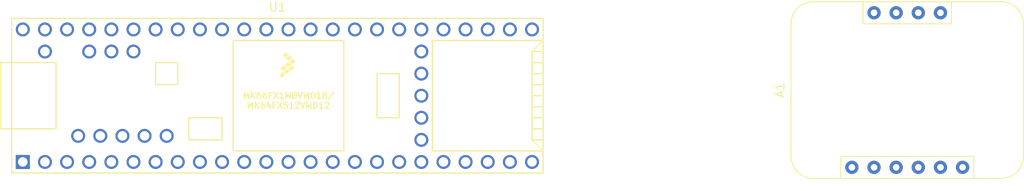
<source format=kicad_pcb>
(kicad_pcb (version 20211014) (generator pcbnew)
  (layers (0 "F.Cu" signal) (31 "B.Cu" signal) (34 "B.Paste" user) (35 "F.Paste" user) (36 "B.SilkS" user "B.Silkscreen") (37 "F.SilkS" user "F.Silkscreen") (38 "B.Mask" user) (39 "F.Mask" user) (44 "Edge.Cuts" user))
  (net 0 "")
  (net 1 "Net-(A1-Pad1)")
  (net 4 "Net-(A1-Pad4)")
  (net 5 "Net-(A1-Pad5)")
  (footprint "SCR:BNO055" (layer "F.Cu") (at 203.2 106.68 90)
    (fp_text reference "A1" (at 0 -14.605 90) (layer "F.SilkS"))
    (fp_text value "BNO055")
    (fp_line (start 7.62 -5.08) (end 7.62 5.08) (layer "F.SilkS") (width 0.12))
    (fp_line (start -10.16 7.62) (end -7.62 7.62) (layer "F.SilkS") (width 0.12))
    (fp_line (start 10.16 -10.795) (end 10.16 10.795) (layer "F.SilkS") (width 0.12))
    (fp_line (start 7.62 5.08) (end 10.16 5.08) (layer "F.SilkS") (width 0.12))
    (fp_line (start -7.62 7.62) (end -7.62 -7.62) (layer "F.SilkS") (width 0.12))
    (fp_line (start -7.62 13.335) (end 7.62 13.335) (layer "F.SilkS") (width 0.12))
    (fp_line (start -10.16 10.795) (end -10.16 -10.795) (layer "F.SilkS") (width 0.12))
    (fp_line (start -7.62 -7.62) (end -10.16 -7.62) (layer "F.SilkS") (width 0.12))
    (fp_line (start 10.16 -5.08) (end 7.62 -5.08) (layer "F.SilkS") (width 0.12))
    (fp_line (start -7.62 -13.335) (end 7.62 -13.335) (layer "F.SilkS") (width 0.12))
    (fp_arc (start -10.16 -10.795) (mid -9.416051 -12.591051) (end -7.62 -13.335) (layer "F.SilkS") (width 0.12))
    (fp_arc (start 10.16 10.795) (mid 9.416051 12.591051) (end 7.62 13.335) (layer "F.SilkS") (width 0.12))
    (fp_arc (start 7.62 -13.335) (mid 9.416051 -12.591051) (end 10.16 -10.795) (layer "F.SilkS") (width 0.12))
    (fp_arc (start -7.62 13.335) (mid -9.416051 12.591051) (end -10.16 10.795) (layer "F.SilkS") (width 0.12))
    (pad "1" thru_hole circle locked (at -8.89 -6.35 90) (size 1.524 1.524) (drill 0.762) (layers *.Cu *.Mask) (net 1 "Net-(A1-Pad1)"))
    (pad "2" thru_hole circle locked (at -8.89 -3.81 90) (size 1.524 1.524) (drill 0.762) (layers *.Cu *.Mask))
    (pad "3" thru_hole circle locked (at -8.89 -1.27 90) (size 1.524 1.524) (drill 0.762) (layers *.Cu *.Mask))
    (pad "4" thru_hole circle locked (at -8.89 1.27 90) (size 1.524 1.524) (drill 0.762) (layers *.Cu *.Mask) (net 4 "Net-(A1-Pad4)"))
    (pad "5" thru_hole circle locked (at -8.89 3.81 90) (size 1.524 1.524) (drill 0.762) (layers *.Cu *.Mask) (net 5 "Net-(A1-Pad5)"))
    (pad "6" thru_hole circle locked (at -8.89 6.35 90) (size 1.524 1.524) (drill 0.762) (layers *.Cu *.Mask))
    (pad "7" thru_hole circle locked (at 8.89 3.81 90) (size 1.524 1.524) (drill 0.762) (layers *.Cu *.Mask))
    (pad "8" thru_hole circle locked (at 8.89 1.27 90) (size 1.524 1.524) (drill 0.762) (layers *.Cu *.Mask))
    (pad "9" thru_hole circle locked (at 8.89 -1.27 90) (size 1.524 1.524) (drill 0.762) (layers *.Cu *.Mask))
    (pad "10" thru_hole circle locked (at 8.89 -3.81 90) (size 1.524 1.524) (drill 0.762) (layers *.Cu *.Mask))
  )
  (footprint "Teensy:Teensy35_36" (layer "F.Cu") (at 130.945 107.33)
    (fp_text reference "U1" (at 0 -10.16) (layer "F.SilkS"))
    (fp_text value "Teensy3.6")
    (fp_text user "MK66FX1MBVMD18/" (at 1.27 0) (layer "F.SilkS") (effects (font (size 0.7 0.7))))
    (fp_text user "MK64FX512VMD12" (at 1.27 1.143) (layer "F.SilkS") (effects (font (size 0.7 0.7))))
    (fp_line (start -31.75 3.81) (end -31.75 -3.81) (layer "F.SilkS") (width 0.15))
    (fp_line (start 30.48 -8.89) (end -30.48 -8.89) (layer "F.SilkS") (width 0.15))
    (fp_line (start -6.35 5.08) (end -10.16 5.08) (layer "F.SilkS") (width 0.15))
    (fp_line (start -25.4 -3.81) (end -30.48 -3.81) (layer "F.SilkS") (width 0.15))
    (fp_line (start 17.78 -6.35) (end 17.78 6.35) (layer "F.SilkS") (width 0.15))
    (fp_line (start 11.43 -2.54) (end 13.97 -2.54) (layer "F.SilkS") (width 0.15))
    (fp_line (start 29.21 5.08) (end 30.48 5.08) (layer "F.SilkS") (width 0.15))
    (fp_line (start -30.48 3.81) (end -31.75 3.81) (layer "F.SilkS") (width 0.15))
    (fp_line (start -13.97 -3.81) (end -13.97 -1.27) (layer "F.SilkS") (width 0.15))
    (fp_line (start -30.48 8.89) (end 30.48 8.89) (layer "F.SilkS") (width 0.15))
    (fp_line (start -6.35 2.54) (end -6.35 5.08) (layer "F.SilkS") (width 0.15))
    (fp_line (start 29.21 0) (end 30.48 0) (layer "F.SilkS") (width 0.15))
    (fp_line (start -31.75 -3.81) (end -30.48 -3.81) (layer "F.SilkS") (width 0.15))
    (fp_line (start 29.21 5.08) (end 29.21 -5.08) (layer "F.SilkS") (width 0.15))
    (fp_line (start 29.21 2.54) (end 30.48 2.54) (layer "F.SilkS") (width 0.15))
    (fp_line (start -30.48 8.89) (end -30.48 -8.89) (layer "F.SilkS") (width 0.15))
    (fp_line (start 30.48 -6.35) (end 17.78 -6.35) (layer "F.SilkS") (width 0.15))
    (fp_line (start -25.4 3.81) (end -25.4 -3.81) (layer "F.SilkS") (width 0.15))
    (fp_line (start 11.43 2.54) (end 11.43 -2.54) (layer "F.SilkS") (width 0.15))
    (fp_line (start -10.16 2.54) (end -6.35 2.54) (layer "F.SilkS") (width 0.15))
    (fp_line (start 17.78 6.35) (end 30.48 6.35) (layer "F.SilkS") (width 0.15))
    (fp_line (start 13.97 2.54) (end 11.43 2.54) (layer "F.SilkS") (width 0.15))
    (fp_line (start 30.48 -8.89) (end 30.48 8.89) (layer "F.SilkS") (width 0.15))
    (fp_line (start 29.21 -1.27) (end 30.48 -1.27) (layer "F.SilkS") (width 0.15))
    (fp_line (start 30.48 6.35) (end 29.21 5.08) (layer "F.SilkS") (width 0.15))
    (fp_line (start -5.08 -6.35) (end 7.62 -6.35) (layer "F.SilkS") (width 0.15))
    (fp_line (start -5.08 -6.35) (end -5.08 6.35) (layer "F.SilkS") (width 0.15))
    (fp_line (start -13.97 -1.27) (end -11.43 -1.27) (layer "F.SilkS") (width 0.15))
    (fp_line (start 29.21 -3.81) (end 30.48 -3.81) (layer "F.SilkS") (width 0.15))
    (fp_line (start -5.08 6.35) (end 7.62 6.35) (layer "F.SilkS") (width 0.15))
    (fp_line (start -11.43 -3.81) (end -13.97 -3.81) (layer "F.SilkS") (width 0.15))
    (fp_line (start 29.21 -5.08) (end 30.48 -6.35) (layer "F.SilkS") (width 0.15))
    (fp_line (start -11.43 -1.27) (end -11.43 -3.81) (layer "F.SilkS") (width 0.15))
    (fp_line (start 29.21 -2.54) (end 30.48 -2.54) (layer "F.SilkS") (width 0.15))
    (fp_line (start -10.16 5.08) (end -10.16 2.54) (layer "F.SilkS") (width 0.15))
    (fp_line (start 29.21 -5.08) (end 30.48 -5.08) (layer "F.SilkS") (width 0.15))
    (fp_line (start 29.21 1.27) (end 30.48 1.27) (layer "F.SilkS") (width 0.15))
    (fp_line (start 13.97 -2.54) (end 13.97 2.54) (layer "F.SilkS") (width 0.15))
    (fp_line (start -25.4 3.81) (end -30.48 3.81) (layer "F.SilkS") (width 0.15))
    (fp_line (start 7.62 6.35) (end 7.62 -6.35) (layer "F.SilkS") (width 0.15))
    (fp_line (start 29.21 3.81) (end 30.48 3.81) (layer "F.SilkS") (width 0.15))
    (fp_poly (pts (xy 1.651 -3.429) (xy 1.905 -3.175) (xy 1.524 -2.921) (xy 1.27 -3.175)) (layer "F.SilkS") (width 0.1) (fill solid))
    (fp_poly (pts (xy 1.397 -4.572) (xy 1.651 -4.318) (xy 1.27 -4.064) (xy 1.016 -4.318)) (layer "F.SilkS") (width 0.1) (fill solid))
    (fp_poly (pts (xy 0.635 -2.667) (xy 0.889 -2.413) (xy 0.508 -2.159) (xy 0.254 -2.413)) (layer "F.SilkS") (width 0.1) (fill solid))
    (fp_poly (pts (xy 1.143 -3.048) (xy 1.397 -2.794) (xy 1.016 -2.54) (xy 0.762 -2.794)) (layer "F.SilkS") (width 0.1) (fill solid))
    (fp_poly (pts (xy 0.762 -3.429) (xy 1.016 -3.175) (xy 0.635 -2.921) (xy 0.381 -3.175)) (layer "F.SilkS") (width 0.1) (fill solid))
    (fp_poly (pts (xy 1.778 -4.191) (xy 2.032 -3.937) (xy 1.651 -3.683) (xy 1.397 -3.937)) (layer "F.SilkS") (width 0.1) (fill solid))
    (fp_poly (pts (xy 1.016 -4.953) (xy 1.27 -4.699) (xy 0.889 -4.445) (xy 0.635 -4.699)) (layer "F.SilkS") (width 0.1) (fill solid))
    (fp_poly (pts (xy 1.27 -3.81) (xy 1.524 -3.556) (xy 1.143 -3.302) (xy 0.889 -3.556)) (layer "F.SilkS") (width 0.1) (fill solid))
    (pad "1" thru_hole rect locked (at -29.21 7.62) (size 1.6 1.6) (drill 1.1) (layers *.Cu *.Mask))
    (pad "2" thru_hole circle locked (at -26.67 7.62) (size 1.6 1.6) (drill 1.1) (layers *.Cu *.Mask))
    (pad "3" thru_hole circle locked (at -24.13 7.62) (size 1.6 1.6) (drill 1.1) (layers *.Cu *.Mask))
    (pad "4" thru_hole circle locked (at -21.59 7.62) (size 1.6 1.6) (drill 1.1) (layers *.Cu *.Mask))
    (pad "5" thru_hole circle locked (at -19.05 7.62) (size 1.6 1.6) (drill 1.1) (layers *.Cu *.Mask))
    (pad "6" thru_hole circle locked (at -16.51 7.62) (size 1.6 1.6) (drill 1.1) (layers *.Cu *.Mask))
    (pad "7" thru_hole circle locked (at -13.97 7.62) (size 1.6 1.6) (drill 1.1) (layers *.Cu *.Mask))
    (pad "8" thru_hole circle locked (at -11.43 7.62) (size 1.6 1.6) (drill 1.1) (layers *.Cu *.Mask))
    (pad "9" thru_hole circle locked (at -8.89 7.62) (size 1.6 1.6) (drill 1.1) (layers *.Cu *.Mask))
    (pad "10" thru_hole circle locked (at -6.35 7.62) (size 1.6 1.6) (drill 1.1) (layers *.Cu *.Mask))
    (pad "11" thru_hole circle locked (at -3.81 7.62) (size 1.6 1.6) (drill 1.1) (layers *.Cu *.Mask))
    (pad "12" thru_hole circle locked (at -1.27 7.62) (size 1.6 1.6) (drill 1.1) (layers *.Cu *.Mask))
    (pad "13" thru_hole circle locked (at 1.27 7.62) (size 1.6 1.6) (drill 1.1) (layers *.Cu *.Mask))
    (pad "14" thru_hole circle locked (at 3.81 7.62) (size 1.6 1.6) (drill 1.1) (layers *.Cu *.Mask))
    (pad "15" thru_hole circle locked (at 6.35 7.62) (size 1.6 1.6) (drill 1.1) (layers *.Cu *.Mask))
    (pad "16" thru_hole circle locked (at 8.89 7.62) (size 1.6 1.6) (drill 1.1) (layers *.Cu *.Mask))
    (pad "17" thru_hole circle locked (at 11.43 7.62) (size 1.6 1.6) (drill 1.1) (layers *.Cu *.Mask))
    (pad "18" thru_hole circle locked (at 13.97 7.62) (size 1.6 1.6) (drill 1.1) (layers *.Cu *.Mask))
    (pad "19" thru_hole circle locked (at 16.51 7.62) (size 1.6 1.6) (drill 1.1) (layers *.Cu *.Mask))
    (pad "20" thru_hole circle locked (at 19.05 7.62) (size 1.6 1.6) (drill 1.1) (layers *.Cu *.Mask))
    (pad "21" thru_hole circle locked (at 21.59 7.62) (size 1.6 1.6) (drill 1.1) (layers *.Cu *.Mask))
    (pad "22" thru_hole circle locked (at 24.13 7.62) (size 1.6 1.6) (drill 1.1) (layers *.Cu *.Mask))
    (pad "23" thru_hole circle locked (at 26.67 7.62) (size 1.6 1.6) (drill 1.1) (layers *.Cu *.Mask))
    (pad "24" thru_hole circle locked (at 29.21 7.62) (size 1.6 1.6) (drill 1.1) (layers *.Cu *.Mask))
    (pad "25" thru_hole circle locked (at 16.51 5.08) (size 1.6 1.6) (drill 1.1) (layers *.Cu *.Mask))
    (pad "26" thru_hole circle locked (at 16.51 2.54) (size 1.6 1.6) (drill 1.1) (layers *.Cu *.Mask))
    (pad "27" thru_hole circle locked (at 16.51 0) (size 1.6 1.6) (drill 1.1) (layers *.Cu *.Mask))
    (pad "28" thru_hole circle locked (at 16.51 -2.54) (size 1.6 1.6) (drill 1.1) (layers *.Cu *.Mask))
    (pad "29" thru_hole circle locked (at 16.51 -5.08) (size 1.6 1.6) (drill 1.1) (layers *.Cu *.Mask))
    (pad "30" thru_hole circle locked (at 29.21 -7.62) (size 1.6 1.6) (drill 1.1) (layers *.Cu *.Mask))
    (pad "31" thru_hole circle locked (at 26.67 -7.62) (size 1.6 1.6) (drill 1.1) (layers *.Cu *.Mask))
    (pad "32" thru_hole circle locked (at 24.13 -7.62) (size 1.6 1.6) (drill 1.1) (layers *.Cu *.Mask))
    (pad "33" thru_hole circle locked (at 21.59 -7.62) (size 1.6 1.6) (drill 1.1) (layers *.Cu *.Mask))
    (pad "34" thru_hole circle locked (at 19.05 -7.62) (size 1.6 1.6) (drill 1.1) (layers *.Cu *.Mask))
    (pad "35" thru_hole circle locked (at 16.51 -7.62) (size 1.6 1.6) (drill 1.1) (layers *.Cu *.Mask))
    (pad "36" thru_hole circle locked (at 13.97 -7.62) (size 1.6 1.6) (drill 1.1) (layers *.Cu *.Mask))
    (pad "37" thru_hole circle locked (at 11.43 -7.62) (size 1.6 1.6) (drill 1.1) (layers *.Cu *.Mask))
    (pad "38" thru_hole circle locked (at 8.89 -7.62) (size 1.6 1.6) (drill 1.1) (layers *.Cu *.Mask))
    (pad "39" thru_hole circle locked (at 6.35 -7.62) (size 1.6 1.6) (drill 1.1) (layers *.Cu *.Mask))
    (pad "40" thru_hole circle locked (at 3.81 -7.62) (size 1.6 1.6) (drill 1.1) (layers *.Cu *.Mask))
    (pad "41" thru_hole circle locked (at 1.27 -7.62) (size 1.6 1.6) (drill 1.1) (layers *.Cu *.Mask))
    (pad "42" thru_hole circle locked (at -1.27 -7.62) (size 1.6 1.6) (drill 1.1) (layers *.Cu *.Mask))
    (pad "43" thru_hole circle locked (at -3.81 -7.62) (size 1.6 1.6) (drill 1.1) (layers *.Cu *.Mask))
    (pad "44" thru_hole circle locked (at -6.35 -7.62) (size 1.6 1.6) (drill 1.1) (layers *.Cu *.Mask))
    (pad "45" thru_hole circle locked (at -8.89 -7.62) (size 1.6 1.6) (drill 1.1) (layers *.Cu *.Mask) (net 4 "Net-(A1-Pad4)"))
    (pad "46" thru_hole circle locked (at -11.43 -7.62) (size 1.6 1.6) (drill 1.1) (layers *.Cu *.Mask) (net 5 "Net-(A1-Pad5)"))
    (pad "47" thru_hole circle locked (at -13.97 -7.62) (size 1.6 1.6) (drill 1.1) (layers *.Cu *.Mask))
    (pad "48" thru_hole circle locked (at -16.51 -7.62) (size 1.6 1.6) (drill 1.1) (layers *.Cu *.Mask))
    (pad "49" thru_hole circle locked (at -19.05 -7.62) (size 1.6 1.6) (drill 1.1) (layers *.Cu *.Mask))
    (pad "50" thru_hole circle locked (at -21.59 -7.62) (size 1.6 1.6) (drill 1.1) (layers *.Cu *.Mask))
    (pad "51" thru_hole circle locked (at -24.13 -7.62) (size 1.6 1.6) (drill 1.1) (layers *.Cu *.Mask))
    (pad "52" thru_hole circle locked (at -26.67 -7.62) (size 1.6 1.6) (drill 1.1) (layers *.Cu *.Mask))
    (pad "53" thru_hole circle locked (at -29.21 -7.62) (size 1.6 1.6) (drill 1.1) (layers *.Cu *.Mask))
    (pad "54" thru_hole circle locked (at -26.67 -5.08) (size 1.6 1.6) (drill 1.1) (layers *.Cu *.Mask))
    (pad "55" thru_hole circle locked (at -21.59 -5.08) (size 1.6 1.6) (drill 1.1) (layers *.Cu *.Mask))
    (pad "56" thru_hole circle locked (at -19.05 -5.08) (size 1.6 1.6) (drill 1.1) (layers *.Cu *.Mask))
    (pad "57" thru_hole circle locked (at -16.51 -5.08) (size 1.6 1.6) (drill 1.1) (layers *.Cu *.Mask))
    (pad "58" thru_hole circle locked (at -22.86 4.62) (size 1.6 1.6) (drill 1.1) (layers *.Cu *.Mask))
    (pad "59" thru_hole circle locked (at -20.32 4.62) (size 1.6 1.6) (drill 1.1) (layers *.Cu *.Mask))
    (pad "60" thru_hole circle locked (at -17.78 4.62) (size 1.6 1.6) (drill 1.1) (layers *.Cu *.Mask))
    (pad "61" thru_hole circle locked (at -15.24 4.62) (size 1.6 1.6) (drill 1.1) (layers *.Cu *.Mask))
    (pad "62" thru_hole circle locked (at -12.7 4.62) (size 1.6 1.6) (drill 1.1) (layers *.Cu *.Mask))
  )
)
</source>
